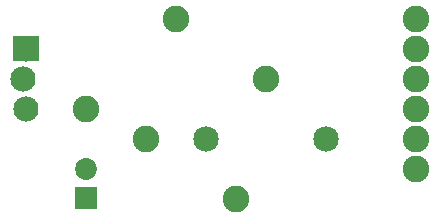
<source format=gbs>
G04 MADE WITH FRITZING*
G04 WWW.FRITZING.ORG*
G04 DOUBLE SIDED*
G04 HOLES PLATED*
G04 CONTOUR ON CENTER OF CONTOUR VECTOR*
%ASAXBY*%
%FSLAX23Y23*%
%MOIN*%
%OFA0B0*%
%SFA1.0B1.0*%
%ADD10C,0.088740*%
%ADD11C,0.084000*%
%ADD12C,0.072992*%
%ADD13C,0.085000*%
%ADD14C,0.089134*%
%ADD15R,0.072992X0.072992*%
%ADD16R,0.001000X0.001000*%
%LNMASK0*%
G90*
G70*
G54D10*
X931Y107D03*
X431Y407D03*
X731Y707D03*
X631Y307D03*
X1031Y507D03*
G54D11*
X231Y607D03*
X221Y507D03*
X231Y407D03*
G54D12*
X431Y109D03*
X431Y207D03*
G54D13*
X1231Y307D03*
X831Y307D03*
G54D14*
X1531Y707D03*
X1531Y607D03*
X1531Y507D03*
X1531Y407D03*
X1531Y307D03*
X1531Y207D03*
G54D15*
X431Y109D03*
G54D16*
X189Y649D02*
X272Y649D01*
X189Y648D02*
X272Y648D01*
X189Y647D02*
X272Y647D01*
X189Y646D02*
X272Y646D01*
X189Y645D02*
X272Y645D01*
X189Y644D02*
X272Y644D01*
X189Y643D02*
X272Y643D01*
X189Y642D02*
X272Y642D01*
X189Y641D02*
X272Y641D01*
X189Y640D02*
X272Y640D01*
X189Y639D02*
X272Y639D01*
X189Y638D02*
X272Y638D01*
X189Y637D02*
X272Y637D01*
X189Y636D02*
X272Y636D01*
X189Y635D02*
X272Y635D01*
X189Y634D02*
X272Y634D01*
X189Y633D02*
X272Y633D01*
X189Y632D02*
X272Y632D01*
X189Y631D02*
X272Y631D01*
X189Y630D02*
X272Y630D01*
X189Y629D02*
X272Y629D01*
X189Y628D02*
X272Y628D01*
X189Y627D02*
X272Y627D01*
X189Y626D02*
X272Y626D01*
X189Y625D02*
X272Y625D01*
X189Y624D02*
X272Y624D01*
X189Y623D02*
X272Y623D01*
X189Y622D02*
X225Y622D01*
X236Y622D02*
X272Y622D01*
X189Y621D02*
X223Y621D01*
X238Y621D02*
X272Y621D01*
X189Y620D02*
X221Y620D01*
X239Y620D02*
X272Y620D01*
X189Y619D02*
X220Y619D01*
X241Y619D02*
X272Y619D01*
X189Y618D02*
X219Y618D01*
X242Y618D02*
X272Y618D01*
X189Y617D02*
X218Y617D01*
X243Y617D02*
X272Y617D01*
X189Y616D02*
X217Y616D01*
X243Y616D02*
X272Y616D01*
X189Y615D02*
X217Y615D01*
X244Y615D02*
X272Y615D01*
X189Y614D02*
X216Y614D01*
X245Y614D02*
X272Y614D01*
X189Y613D02*
X216Y613D01*
X245Y613D02*
X272Y613D01*
X189Y612D02*
X215Y612D01*
X245Y612D02*
X272Y612D01*
X189Y611D02*
X215Y611D01*
X245Y611D02*
X272Y611D01*
X189Y610D02*
X215Y610D01*
X246Y610D02*
X272Y610D01*
X189Y609D02*
X215Y609D01*
X246Y609D02*
X272Y609D01*
X189Y608D02*
X215Y608D01*
X246Y608D02*
X272Y608D01*
X189Y607D02*
X215Y607D01*
X246Y607D02*
X272Y607D01*
X189Y606D02*
X215Y606D01*
X246Y606D02*
X272Y606D01*
X189Y605D02*
X215Y605D01*
X246Y605D02*
X272Y605D01*
X189Y604D02*
X215Y604D01*
X245Y604D02*
X272Y604D01*
X189Y603D02*
X216Y603D01*
X245Y603D02*
X272Y603D01*
X189Y602D02*
X216Y602D01*
X245Y602D02*
X272Y602D01*
X189Y601D02*
X216Y601D01*
X244Y601D02*
X272Y601D01*
X189Y600D02*
X217Y600D01*
X244Y600D02*
X272Y600D01*
X189Y599D02*
X218Y599D01*
X243Y599D02*
X272Y599D01*
X189Y598D02*
X219Y598D01*
X242Y598D02*
X272Y598D01*
X189Y597D02*
X219Y597D01*
X241Y597D02*
X272Y597D01*
X189Y596D02*
X221Y596D01*
X240Y596D02*
X272Y596D01*
X189Y595D02*
X222Y595D01*
X239Y595D02*
X272Y595D01*
X189Y594D02*
X224Y594D01*
X237Y594D02*
X272Y594D01*
X189Y593D02*
X227Y593D01*
X234Y593D02*
X272Y593D01*
X189Y592D02*
X272Y592D01*
X189Y591D02*
X272Y591D01*
X189Y590D02*
X272Y590D01*
X189Y589D02*
X272Y589D01*
X189Y588D02*
X272Y588D01*
X189Y587D02*
X272Y587D01*
X189Y586D02*
X272Y586D01*
X189Y585D02*
X272Y585D01*
X189Y584D02*
X272Y584D01*
X189Y583D02*
X272Y583D01*
X189Y582D02*
X272Y582D01*
X189Y581D02*
X272Y581D01*
X189Y580D02*
X272Y580D01*
X189Y579D02*
X272Y579D01*
X189Y578D02*
X272Y578D01*
X189Y577D02*
X272Y577D01*
X189Y576D02*
X272Y576D01*
X189Y575D02*
X272Y575D01*
X189Y574D02*
X272Y574D01*
X189Y573D02*
X272Y573D01*
X189Y572D02*
X272Y572D01*
X189Y571D02*
X272Y571D01*
X189Y570D02*
X272Y570D01*
X189Y569D02*
X272Y569D01*
X189Y568D02*
X272Y568D01*
X189Y567D02*
X272Y567D01*
X189Y566D02*
X272Y566D01*
D02*
G04 End of Mask0*
M02*
</source>
